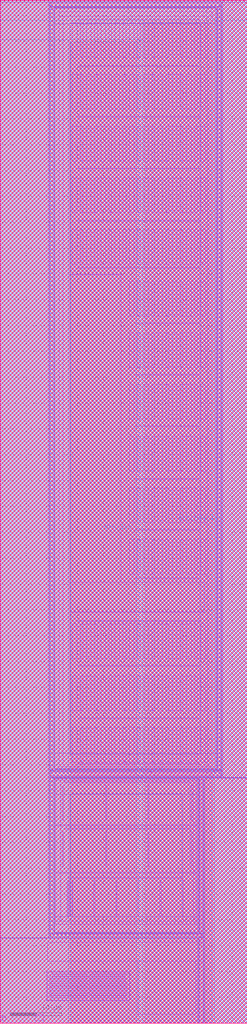
<source format=lef>
# Copyright 2020 The SkyWater PDK Authors
#
# Licensed under the Apache License, Version 2.0 (the "License");
# you may not use this file except in compliance with the License.
# You may obtain a copy of the License at
#
#     https://www.apache.org/licenses/LICENSE-2.0
#
# Unless required by applicable law or agreed to in writing, software
# distributed under the License is distributed on an "AS IS" BASIS,
# WITHOUT WARRANTIES OR CONDITIONS OF ANY KIND, either express or implied.
# See the License for the specific language governing permissions and
# limitations under the License.
#
# SPDX-License-Identifier: Apache-2.0

VERSION 5.5 ;
NAMESCASESENSITIVE ON ;
BUSBITCHARS "[]" ;
DIVIDERCHAR "/" ;

MACRO sky130_fd_io__top_lvclamp
  CLASS PAD ;
  SOURCE USER ;
  ORIGIN 0 0 ;
  SIZE 47.895 BY 198 ;
  SYMMETRY X Y R90 ;

  PIN ogc_lvc
    DIRECTION INOUT ;
    USE POWER ;
    PORT
      LAYER met1 ;
        RECT 41.84 48.76 42.865 48.83 ;
        RECT 41.91 48.83 42.865 48.9 ;
        RECT 41.98 48.9 42.865 48.97 ;
        RECT 42.05 48.97 42.865 49.04 ;
        RECT 42.115 49.04 42.865 49.105 ;
        RECT 38.54 17.295 39.385 17.365 ;
        RECT 38.61 17.365 39.385 17.435 ;
        RECT 38.635 17.435 39.385 17.46 ;
        RECT 38.635 16.575 39.385 16.64 ;
        RECT 38.57 16.64 39.385 16.705 ;
        RECT 9.69 48.76 10.475 48.83 ;
        RECT 9.69 48.83 10.405 48.9 ;
        RECT 9.69 48.9 10.335 48.97 ;
        RECT 9.69 48.97 10.28 49.025 ;
        RECT 9.69 47.435 10.28 47.505 ;
        RECT 9.69 47.505 10.35 47.575 ;
        RECT 9.69 47.575 10.42 47.645 ;
        RECT 9.69 47.645 10.49 47.7 ;
        RECT 9.69 17.295 10.345 17.355 ;
        RECT 9.69 17.355 10.285 17.415 ;
        RECT 9.69 17.415 10.28 17.42 ;
        RECT 42.115 196.58 42.865 196.65 ;
        RECT 42.045 196.65 42.865 196.72 ;
        RECT 41.975 196.72 42.865 196.79 ;
        RECT 41.905 196.79 42.865 196.82 ;
        RECT 42.115 49.105 42.865 196.58 ;
        RECT 9.69 196.65 10.28 196.72 ;
        RECT 9.69 196.72 10.35 196.79 ;
        RECT 9.69 196.79 10.42 196.82 ;
        RECT 38.635 17.46 39.385 47.53 ;
        RECT 38.635 0 39.385 16.575 ;
        RECT 38.635 47.535 39.39 47.605 ;
        RECT 38.565 47.605 39.46 47.675 ;
        RECT 38.495 47.675 39.53 47.7 ;
        RECT 38.635 47.53 39.385 47.535 ;
        RECT 9.69 196.82 42.865 197.41 ;
        RECT 9.69 17.42 10.28 47.435 ;
        RECT 9.69 49.025 10.28 196.65 ;
        RECT 9.69 16.705 39.385 17.295 ;
        RECT 9.69 47.7 42.865 48.76 ;
    END
  END ogc_lvc

  PIN src_bdy_lvc
    DIRECTION INOUT ;
    USE GROUND ;
    PORT
      LAYER met3 ;
        RECT 28.04 0 41.09 193.675 ;
    END
  END src_bdy_lvc

  PIN drn_lvc
    DIRECTION INOUT ;
    USE POWER ;
    PORT
      LAYER met3 ;
        RECT 13.62 0 26.54 189.96 ;
    END
  END drn_lvc
  OBS
    LAYER li1 ;
      RECT 9.985 8.035 16.945 8.205 ;
      RECT 17.635 7.575 24.595 7.745 ;
      RECT 9.985 7.575 16.945 7.745 ;
      RECT 17.635 9.415 24.595 9.585 ;
      RECT 9.985 9.415 16.945 9.585 ;
      RECT 17.635 8.955 24.425 9.125 ;
      RECT 9.985 8.955 16.945 9.125 ;
      RECT 13.2 28.055 35.24 28.225 ;
      RECT 15.115 58.92 38.635 59.09 ;
      RECT 15.115 50.11 38.645 50.28 ;
      RECT 15.175 50.08 38.585 50.11 ;
      RECT 12.34 46.53 36.9 46.7 ;
      RECT 12.4 46.7 36.84 46.705 ;
      RECT 12.34 37.53 36.9 37.7 ;
      RECT 15.115 69.11 38.635 69.28 ;
      RECT 26.195 95.425 38.645 95.595 ;
      RECT 26.195 86.055 38.645 86.225 ;
      RECT 15.115 77.76 38.645 77.93 ;
      RECT 26.195 125.39 38.645 125.56 ;
      RECT 26.195 115.45 38.645 115.62 ;
      RECT 26.195 105.245 38.645 105.415 ;
      RECT 26.195 135.355 38.645 135.525 ;
      RECT 15.115 155.215 38.645 155.385 ;
      RECT 15.115 146.08 38.645 146.25 ;
      RECT 15.115 194.1 38.645 194.27 ;
      RECT 15.115 185.155 38.645 185.325 ;
      RECT 15.115 175.325 38.645 175.495 ;
      RECT 15.115 165.33 38.645 165.5 ;
      RECT 26.615 146.9 27.145 153.57 ;
      RECT 26.625 153.57 27.135 153.63 ;
      RECT 26.625 146.84 27.135 146.9 ;
      RECT 33.36 146.84 34.25 153.63 ;
      RECT 30.59 146.84 31.48 153.63 ;
      RECT 33.36 156.84 34.25 163.63 ;
      RECT 30.59 156.84 31.48 163.63 ;
      RECT 33.36 166.84 34.25 173.63 ;
      RECT 30.59 166.84 31.48 173.63 ;
      RECT 32.155 156.9 32.685 163.57 ;
      RECT 32.165 163.57 32.675 163.63 ;
      RECT 32.165 156.84 32.675 156.9 ;
      RECT 32.155 166.9 32.685 173.57 ;
      RECT 32.165 173.57 32.675 173.63 ;
      RECT 32.165 166.84 32.675 166.9 ;
      RECT 32.155 146.9 32.685 153.57 ;
      RECT 32.165 153.57 32.675 153.63 ;
      RECT 32.165 146.84 32.675 146.9 ;
      RECT 36.13 146.84 37.02 153.63 ;
      RECT 36.13 156.84 37.02 163.63 ;
      RECT 36.13 166.84 37.02 173.63 ;
      RECT 37.695 146.84 38.225 153.63 ;
      RECT 37.695 156.84 38.225 163.63 ;
      RECT 37.695 166.84 38.225 173.63 ;
      RECT 34.925 146.9 35.455 153.57 ;
      RECT 34.935 153.57 35.445 153.63 ;
      RECT 34.935 146.84 35.445 146.9 ;
      RECT 34.925 156.9 35.455 163.57 ;
      RECT 34.935 163.57 35.445 163.63 ;
      RECT 34.935 156.84 35.445 156.9 ;
      RECT 34.925 166.9 35.455 173.57 ;
      RECT 34.935 173.57 35.445 173.63 ;
      RECT 34.935 166.84 35.445 166.9 ;
      RECT 38.9 146.84 39.79 153.63 ;
      RECT 38.9 156.84 39.79 163.63 ;
      RECT 38.9 166.84 39.79 173.63 ;
      RECT 16.74 186.84 17.63 193.63 ;
      RECT 13.97 186.84 14.86 193.63 ;
      RECT 16.74 176.84 17.63 183.63 ;
      RECT 13.97 176.84 14.86 183.63 ;
      RECT 15.535 176.9 16.065 183.57 ;
      RECT 15.545 183.57 16.055 183.63 ;
      RECT 15.545 176.84 16.055 176.9 ;
      RECT 15.535 186.9 16.065 193.57 ;
      RECT 15.545 193.57 16.055 193.63 ;
      RECT 15.545 186.84 16.055 186.9 ;
      RECT 19.51 186.84 20.4 193.63 ;
      RECT 19.51 176.84 20.4 183.63 ;
      RECT 18.305 176.9 18.835 183.57 ;
      RECT 18.315 183.57 18.825 183.63 ;
      RECT 18.315 176.84 18.825 176.9 ;
      RECT 21.075 176.9 21.605 183.57 ;
      RECT 21.085 183.57 21.595 183.63 ;
      RECT 21.085 176.84 21.595 176.9 ;
      RECT 21.075 186.9 21.605 193.57 ;
      RECT 21.085 193.57 21.595 193.63 ;
      RECT 21.085 186.84 21.595 186.9 ;
      RECT 18.305 186.9 18.835 193.57 ;
      RECT 18.315 193.57 18.825 193.63 ;
      RECT 18.315 186.84 18.825 186.9 ;
      RECT 25.05 186.84 25.94 193.63 ;
      RECT 22.28 186.84 23.17 193.63 ;
      RECT 25.05 176.84 25.94 183.63 ;
      RECT 22.28 176.84 23.17 183.63 ;
      RECT 23.845 186.9 24.375 193.57 ;
      RECT 23.855 193.57 24.365 193.63 ;
      RECT 23.855 186.84 24.365 186.9 ;
      RECT 23.845 176.9 24.375 183.57 ;
      RECT 23.855 183.57 24.365 183.63 ;
      RECT 23.855 176.84 24.365 176.9 ;
      RECT 27.82 186.84 28.71 193.63 ;
      RECT 27.82 176.84 28.71 183.63 ;
      RECT 29.385 186.9 29.915 193.57 ;
      RECT 29.395 193.57 29.905 193.63 ;
      RECT 29.395 186.84 29.905 186.9 ;
      RECT 26.615 186.9 27.145 193.57 ;
      RECT 26.625 193.57 27.135 193.63 ;
      RECT 26.625 186.84 27.135 186.9 ;
      RECT 26.615 176.9 27.145 183.57 ;
      RECT 26.625 183.57 27.135 183.63 ;
      RECT 26.625 176.84 27.135 176.9 ;
      RECT 29.385 176.9 29.915 183.57 ;
      RECT 29.395 183.57 29.905 183.63 ;
      RECT 29.395 176.84 29.905 176.9 ;
      RECT 30.59 186.84 31.48 193.63 ;
      RECT 33.36 176.84 34.25 183.63 ;
      RECT 30.59 176.84 31.48 183.63 ;
      RECT 33.36 186.84 34.25 193.63 ;
      RECT 32.155 186.9 32.685 193.57 ;
      RECT 32.505 193.57 32.675 193.63 ;
      RECT 32.505 186.84 32.675 186.9 ;
      RECT 32.165 193.57 32.335 193.63 ;
      RECT 32.165 186.84 32.335 186.9 ;
      RECT 32.155 176.9 32.685 183.57 ;
      RECT 32.505 183.57 32.675 183.63 ;
      RECT 32.505 176.84 32.675 176.9 ;
      RECT 32.165 183.57 32.335 183.63 ;
      RECT 32.165 176.84 32.335 176.9 ;
      RECT 36.13 176.84 37.02 183.63 ;
      RECT 36.13 186.84 37.02 193.63 ;
      RECT 37.695 176.84 38.225 183.63 ;
      RECT 37.695 186.84 38.225 193.63 ;
      RECT 34.925 176.9 35.455 183.57 ;
      RECT 34.935 183.57 35.445 183.63 ;
      RECT 34.935 176.84 35.445 176.9 ;
      RECT 34.925 186.9 35.455 193.57 ;
      RECT 34.935 193.57 35.445 193.63 ;
      RECT 34.935 186.84 35.445 186.9 ;
      RECT 38.9 176.84 39.79 183.63 ;
      RECT 38.9 186.84 39.79 193.63 ;
      RECT 26.7 1.76 37.97 11.975 ;
      RECT 9.155 11.975 39.52 15.635 ;
      RECT 17.635 5.735 24.595 5.905 ;
      RECT 9.985 5.735 16.945 5.905 ;
      RECT 17.635 5.275 24.425 5.445 ;
      RECT 9.985 5.275 16.945 5.445 ;
      RECT 17.635 4.815 24.595 4.985 ;
      RECT 9.985 4.815 16.945 4.985 ;
      RECT 17.635 7.115 24.425 7.285 ;
      RECT 9.985 7.115 16.945 7.285 ;
      RECT 17.635 6.655 24.595 6.825 ;
      RECT 9.985 6.655 16.945 6.825 ;
      RECT 17.635 6.195 24.425 6.365 ;
      RECT 9.985 6.195 16.945 6.365 ;
      RECT 17.635 8.495 24.595 8.665 ;
      RECT 9.985 8.495 16.945 8.665 ;
      RECT 17.635 8.035 24.425 8.205 ;
      RECT 32.165 103.57 32.675 103.63 ;
      RECT 32.165 96.84 32.675 96.9 ;
      RECT 36.13 116.84 37.02 123.63 ;
      RECT 36.13 106.84 37.02 113.63 ;
      RECT 36.13 96.84 37.02 103.63 ;
      RECT 34.925 96.9 35.455 103.57 ;
      RECT 34.935 103.57 35.445 103.63 ;
      RECT 34.935 96.84 35.445 96.9 ;
      RECT 34.925 106.9 35.455 113.57 ;
      RECT 34.935 113.57 35.445 113.63 ;
      RECT 34.935 106.84 35.445 106.9 ;
      RECT 34.925 116.9 35.455 123.57 ;
      RECT 34.935 123.57 35.445 123.63 ;
      RECT 34.935 116.84 35.445 116.9 ;
      RECT 37.695 96.84 38.225 103.63 ;
      RECT 37.695 106.84 38.225 113.63 ;
      RECT 37.695 116.84 38.225 123.63 ;
      RECT 38.9 116.84 39.79 123.63 ;
      RECT 38.9 106.84 39.79 113.63 ;
      RECT 38.9 96.84 39.79 103.63 ;
      RECT 25.05 126.84 25.94 133.63 ;
      RECT 25.05 136.84 25.94 143.63 ;
      RECT 27.82 126.84 28.71 133.63 ;
      RECT 27.82 136.84 28.71 143.63 ;
      RECT 26.615 126.9 27.145 133.57 ;
      RECT 26.625 133.57 27.135 133.63 ;
      RECT 26.625 126.84 27.135 126.9 ;
      RECT 29.385 126.9 29.915 133.57 ;
      RECT 29.395 133.57 29.905 133.63 ;
      RECT 29.395 126.84 29.905 126.9 ;
      RECT 26.615 136.9 27.145 143.57 ;
      RECT 26.625 143.57 27.135 143.63 ;
      RECT 26.625 136.84 27.135 136.9 ;
      RECT 29.385 136.9 29.915 143.57 ;
      RECT 29.395 143.57 29.905 143.63 ;
      RECT 29.395 136.84 29.905 136.9 ;
      RECT 33.36 126.84 34.25 133.63 ;
      RECT 30.59 126.84 31.48 133.63 ;
      RECT 33.36 136.84 34.25 143.63 ;
      RECT 30.59 136.84 31.48 143.63 ;
      RECT 32.155 126.9 32.685 133.57 ;
      RECT 32.165 133.57 32.675 133.63 ;
      RECT 32.165 126.84 32.675 126.9 ;
      RECT 32.155 136.9 32.685 143.57 ;
      RECT 32.165 143.57 32.675 143.63 ;
      RECT 32.165 136.84 32.675 136.9 ;
      RECT 36.13 126.84 37.02 133.63 ;
      RECT 36.13 136.84 37.02 143.63 ;
      RECT 37.695 126.84 38.225 133.63 ;
      RECT 37.695 136.84 38.225 143.63 ;
      RECT 34.925 126.9 35.455 133.57 ;
      RECT 34.935 133.57 35.445 133.63 ;
      RECT 34.935 126.84 35.445 126.9 ;
      RECT 34.925 136.9 35.455 143.57 ;
      RECT 34.935 143.57 35.445 143.63 ;
      RECT 34.935 136.84 35.445 136.9 ;
      RECT 38.9 126.84 39.79 133.63 ;
      RECT 38.9 136.84 39.79 143.63 ;
      RECT 16.74 146.84 17.63 153.63 ;
      RECT 13.97 146.84 14.86 153.63 ;
      RECT 16.74 156.84 17.63 163.63 ;
      RECT 13.97 156.84 14.86 163.63 ;
      RECT 16.74 166.84 17.63 173.63 ;
      RECT 13.97 166.84 14.86 173.63 ;
      RECT 15.535 156.9 16.065 163.57 ;
      RECT 15.545 163.57 16.055 163.63 ;
      RECT 15.545 156.84 16.055 156.9 ;
      RECT 15.535 166.9 16.065 173.57 ;
      RECT 15.545 173.57 16.055 173.63 ;
      RECT 15.545 166.84 16.055 166.9 ;
      RECT 15.535 146.9 16.065 153.57 ;
      RECT 15.545 153.57 16.055 153.63 ;
      RECT 15.545 146.84 16.055 146.9 ;
      RECT 19.51 146.84 20.4 153.63 ;
      RECT 19.51 156.84 20.4 163.63 ;
      RECT 19.51 166.84 20.4 173.63 ;
      RECT 18.305 156.9 18.835 163.57 ;
      RECT 18.315 163.57 18.825 163.63 ;
      RECT 18.315 156.84 18.825 156.9 ;
      RECT 18.305 166.9 18.835 173.57 ;
      RECT 18.315 173.57 18.825 173.63 ;
      RECT 18.315 166.84 18.825 166.9 ;
      RECT 21.075 166.9 21.605 173.57 ;
      RECT 21.085 173.57 21.595 173.63 ;
      RECT 21.085 166.84 21.595 166.9 ;
      RECT 21.075 156.9 21.605 163.57 ;
      RECT 21.085 163.57 21.595 163.63 ;
      RECT 21.085 156.84 21.595 156.9 ;
      RECT 21.075 146.9 21.605 153.57 ;
      RECT 21.085 153.57 21.595 153.63 ;
      RECT 21.085 146.84 21.595 146.9 ;
      RECT 18.305 146.9 18.835 153.57 ;
      RECT 18.315 153.57 18.825 153.63 ;
      RECT 18.315 146.84 18.825 146.9 ;
      RECT 25.05 146.84 25.94 153.63 ;
      RECT 22.28 146.84 23.17 153.63 ;
      RECT 25.05 156.84 25.94 163.63 ;
      RECT 22.28 156.84 23.17 163.63 ;
      RECT 25.05 166.84 25.94 173.63 ;
      RECT 22.28 166.84 23.17 173.63 ;
      RECT 23.845 166.9 24.375 173.57 ;
      RECT 23.855 173.57 24.365 173.63 ;
      RECT 23.855 166.84 24.365 166.9 ;
      RECT 23.845 156.9 24.375 163.57 ;
      RECT 23.855 163.57 24.365 163.63 ;
      RECT 23.855 156.84 24.365 156.9 ;
      RECT 23.845 146.9 24.375 153.57 ;
      RECT 23.855 153.57 24.365 153.63 ;
      RECT 23.855 146.84 24.365 146.9 ;
      RECT 27.82 146.84 28.71 153.63 ;
      RECT 27.82 156.84 28.71 163.63 ;
      RECT 27.82 166.84 28.71 173.63 ;
      RECT 26.615 156.9 27.145 163.57 ;
      RECT 26.625 163.57 27.135 163.63 ;
      RECT 26.625 156.84 27.135 156.9 ;
      RECT 26.615 166.9 27.145 173.57 ;
      RECT 26.625 173.57 27.135 173.63 ;
      RECT 26.625 166.84 27.135 166.9 ;
      RECT 29.385 156.9 29.915 163.57 ;
      RECT 29.395 163.57 29.905 163.63 ;
      RECT 29.395 156.84 29.905 156.9 ;
      RECT 29.385 166.9 29.915 173.57 ;
      RECT 29.395 173.57 29.905 173.63 ;
      RECT 29.395 166.84 29.905 166.9 ;
      RECT 29.385 146.9 29.915 153.57 ;
      RECT 29.395 153.57 29.905 153.63 ;
      RECT 29.395 146.84 29.905 146.9 ;
      RECT 27.82 60.5 28.71 67.29 ;
      RECT 27.82 50.5 28.71 57.29 ;
      RECT 29.385 50.56 29.915 57.23 ;
      RECT 29.395 57.23 29.905 57.29 ;
      RECT 29.395 50.5 29.905 50.56 ;
      RECT 26.615 60.56 27.145 67.23 ;
      RECT 26.625 67.23 27.135 67.29 ;
      RECT 26.625 60.5 27.135 60.56 ;
      RECT 26.615 50.56 27.145 57.23 ;
      RECT 26.625 57.23 27.135 57.29 ;
      RECT 26.625 50.5 27.135 50.56 ;
      RECT 29.385 60.56 29.915 67.23 ;
      RECT 29.395 67.23 29.905 67.29 ;
      RECT 29.395 60.5 29.905 60.56 ;
      RECT 33.36 60.5 34.25 67.29 ;
      RECT 30.59 60.5 31.48 67.29 ;
      RECT 33.36 50.5 34.25 57.29 ;
      RECT 30.59 50.5 31.48 57.29 ;
      RECT 32.155 60.56 32.685 67.23 ;
      RECT 32.165 67.23 32.675 67.29 ;
      RECT 32.165 60.5 32.675 60.56 ;
      RECT 32.155 50.56 32.685 57.23 ;
      RECT 32.165 57.23 32.675 57.29 ;
      RECT 32.165 50.5 32.675 50.56 ;
      RECT 36.13 60.5 37.02 67.29 ;
      RECT 36.13 50.5 37.02 57.29 ;
      RECT 34.925 50.56 35.455 57.23 ;
      RECT 34.935 57.23 35.445 57.29 ;
      RECT 34.935 50.5 35.445 50.56 ;
      RECT 34.925 60.56 35.455 67.23 ;
      RECT 34.935 67.23 35.445 67.29 ;
      RECT 34.935 60.5 35.445 60.56 ;
      RECT 37.695 50.5 38.225 57.29 ;
      RECT 37.695 60.5 38.225 67.29 ;
      RECT 38.9 60.5 39.79 67.29 ;
      RECT 38.9 50.5 39.79 57.29 ;
      RECT 16.74 70.5 17.63 77.29 ;
      RECT 13.97 70.5 14.86 77.29 ;
      RECT 15.535 70.56 16.065 77.23 ;
      RECT 15.545 77.23 16.055 77.29 ;
      RECT 15.545 70.5 16.055 70.56 ;
      RECT 19.51 70.5 20.4 77.29 ;
      RECT 21.075 70.56 21.605 77.23 ;
      RECT 21.085 77.23 21.595 77.29 ;
      RECT 21.085 70.5 21.595 70.56 ;
      RECT 18.305 70.56 18.835 77.23 ;
      RECT 18.315 77.23 18.825 77.29 ;
      RECT 18.315 70.5 18.825 70.56 ;
      RECT 25.05 70.5 25.94 77.29 ;
      RECT 22.28 70.5 23.17 77.29 ;
      RECT 25.05 86.84 25.94 93.63 ;
      RECT 23.845 70.56 24.375 77.23 ;
      RECT 23.855 77.23 24.365 77.29 ;
      RECT 23.855 70.5 24.365 70.56 ;
      RECT 27.82 70.5 28.71 77.29 ;
      RECT 27.82 86.84 28.71 93.63 ;
      RECT 26.615 70.56 27.145 77.23 ;
      RECT 26.625 77.23 27.135 77.29 ;
      RECT 26.625 70.5 27.135 70.56 ;
      RECT 26.615 86.9 27.145 93.57 ;
      RECT 26.625 93.57 27.135 93.63 ;
      RECT 26.625 86.84 27.135 86.9 ;
      RECT 29.385 86.9 29.915 93.57 ;
      RECT 29.395 93.57 29.905 93.63 ;
      RECT 29.395 86.84 29.905 86.9 ;
      RECT 29.385 70.56 29.915 77.23 ;
      RECT 29.395 77.23 29.905 77.29 ;
      RECT 29.395 70.5 29.905 70.56 ;
      RECT 33.36 70.5 34.25 77.29 ;
      RECT 30.59 70.5 31.48 77.29 ;
      RECT 33.36 86.84 34.25 93.63 ;
      RECT 30.59 86.84 31.48 93.63 ;
      RECT 32.155 86.9 32.685 93.57 ;
      RECT 32.165 93.57 32.675 93.63 ;
      RECT 32.165 86.84 32.675 86.9 ;
      RECT 32.155 70.56 32.685 77.23 ;
      RECT 32.165 77.23 32.675 77.29 ;
      RECT 32.165 70.5 32.675 70.56 ;
      RECT 36.13 70.5 37.02 77.29 ;
      RECT 36.13 86.84 37.02 93.63 ;
      RECT 34.925 70.56 35.455 77.23 ;
      RECT 34.935 77.23 35.445 77.29 ;
      RECT 34.935 70.5 35.445 70.56 ;
      RECT 34.925 86.9 35.455 93.57 ;
      RECT 34.935 93.57 35.445 93.63 ;
      RECT 34.935 86.84 35.445 86.9 ;
      RECT 37.695 70.5 38.225 77.29 ;
      RECT 37.695 86.84 38.225 93.63 ;
      RECT 38.9 70.5 39.79 77.29 ;
      RECT 38.9 86.84 39.79 93.63 ;
      RECT 25.05 116.84 25.94 123.63 ;
      RECT 25.05 106.84 25.94 113.63 ;
      RECT 25.05 96.84 25.94 103.63 ;
      RECT 27.82 116.84 28.71 123.63 ;
      RECT 27.82 106.84 28.71 113.63 ;
      RECT 27.82 96.84 28.71 103.63 ;
      RECT 26.615 116.9 27.145 123.57 ;
      RECT 26.625 123.57 27.135 123.63 ;
      RECT 26.625 116.84 27.135 116.9 ;
      RECT 26.615 106.9 27.145 113.57 ;
      RECT 26.625 113.57 27.135 113.63 ;
      RECT 26.625 106.84 27.135 106.9 ;
      RECT 26.615 96.9 27.145 103.57 ;
      RECT 26.625 103.57 27.135 103.63 ;
      RECT 26.625 96.84 27.135 96.9 ;
      RECT 29.385 116.9 29.915 123.57 ;
      RECT 29.395 123.57 29.905 123.63 ;
      RECT 29.395 116.84 29.905 116.9 ;
      RECT 29.385 106.9 29.915 113.57 ;
      RECT 29.395 113.57 29.905 113.63 ;
      RECT 29.395 106.84 29.905 106.9 ;
      RECT 29.385 96.9 29.915 103.57 ;
      RECT 29.395 103.57 29.905 103.63 ;
      RECT 29.395 96.84 29.905 96.9 ;
      RECT 33.36 116.84 34.25 123.63 ;
      RECT 30.59 116.84 31.48 123.63 ;
      RECT 33.36 106.84 34.25 113.63 ;
      RECT 30.59 106.84 31.48 113.63 ;
      RECT 33.36 96.84 34.25 103.63 ;
      RECT 30.59 96.84 31.48 103.63 ;
      RECT 32.155 116.9 32.685 123.57 ;
      RECT 32.165 123.57 32.675 123.63 ;
      RECT 32.165 116.84 32.675 116.9 ;
      RECT 32.155 106.9 32.685 113.57 ;
      RECT 32.165 113.57 32.675 113.63 ;
      RECT 32.165 106.84 32.675 106.9 ;
      RECT 32.155 96.9 32.685 103.57 ;
      RECT 13.52 144.825 23.46 144.91 ;
      RECT 13.24 85.36 23.46 144.825 ;
      RECT 13.24 79.675 39.54 85.36 ;
      RECT 13.52 79.56 39.54 79.675 ;
      RECT 11.37 49.595 12.22 194.86 ;
      RECT 11.37 49.15 41.095 49.595 ;
      RECT 11.37 194.86 41.095 195.71 ;
      RECT 40.245 49.595 41.095 194.86 ;
      RECT 9.73 16.735 39.195 17.265 ;
      RECT 42.145 48.73 42.675 196.85 ;
      RECT 38.665 17.265 39.195 47.68 ;
      RECT 9.73 17.265 10.28 17.295 ;
      RECT 38.665 48.525 42.675 48.73 ;
      RECT 38.665 47.68 42.675 47.935 ;
      RECT 9.69 17.295 10.28 47.935 ;
      RECT 9.69 196.85 42.675 197.38 ;
      RECT 9.69 48.525 10.28 196.85 ;
      RECT 9.69 47.935 42.675 48.525 ;
      RECT 0.405 1.3 1.1 1.47 ;
      RECT 0.405 1.47 1.095 1.48 ;
      RECT 0.405 0.48 1.095 1.3 ;
      RECT 6.79 0.515 8.39 1.495 ;
      RECT 6.79 1.495 8.345 1.705 ;
      RECT 9.005 4.49 9.175 9.91 ;
      RECT 9.005 4.32 25.195 4.49 ;
      RECT 9.005 9.91 25.195 10.08 ;
      RECT 25.025 4.49 25.195 9.91 ;
      RECT 9.595 5.04 9.765 9.36 ;
      RECT 17.245 5.04 17.415 9.36 ;
      RECT 13.435 20.795 13.605 27.73 ;
      RECT 12.975 20.795 13.145 27.585 ;
      RECT 12.085 30.27 12.305 37.06 ;
      RECT 12.085 39.27 12.305 46.06 ;
      RECT 10.705 19.185 38.065 19.715 ;
      RECT 10.705 38.435 11.67 46.98 ;
      RECT 37.435 29.235 38.065 38.205 ;
      RECT 10.705 19.715 11.67 29.005 ;
      RECT 37.435 38.435 38.065 46.98 ;
      RECT 10.705 29.235 11.67 38.205 ;
      RECT 37.435 19.715 38.065 29.005 ;
      RECT 10.705 46.98 38.065 47.275 ;
      RECT 10.705 29.005 38.065 29.235 ;
      RECT 10.705 38.205 38.065 38.435 ;
      RECT 13.895 20.795 14.065 27.585 ;
      RECT 18.135 20.795 18.355 26.595 ;
      RECT 18.175 26.595 18.345 27.585 ;
      RECT 20.37 30.27 20.59 37.06 ;
      RECT 20.37 39.27 20.59 46.06 ;
      RECT 22.43 20.795 22.65 26.595 ;
      RECT 22.455 26.595 22.625 27.585 ;
      RECT 26.71 20.795 26.93 26.595 ;
      RECT 26.735 26.595 26.905 27.585 ;
      RECT 28.66 30.27 28.88 37.06 ;
      RECT 28.66 39.27 28.88 46.06 ;
      RECT 31.005 20.795 31.225 26.595 ;
      RECT 31.015 26.595 31.185 27.585 ;
      RECT 35.27 20.795 35.49 26.595 ;
      RECT 35.295 26.595 35.465 27.585 ;
      RECT 36.905 30.27 37.125 37.06 ;
      RECT 36.905 39.27 37.125 46.06 ;
      RECT 16.74 60.5 17.63 67.29 ;
      RECT 13.97 60.5 14.86 67.29 ;
      RECT 16.74 50.5 17.63 57.29 ;
      RECT 13.97 50.5 14.86 57.29 ;
      RECT 15.535 60.56 16.065 67.23 ;
      RECT 15.545 67.23 16.055 67.29 ;
      RECT 15.545 60.5 16.055 60.56 ;
      RECT 15.535 50.56 16.065 57.23 ;
      RECT 15.545 57.23 16.055 57.29 ;
      RECT 15.545 50.5 16.055 50.56 ;
      RECT 19.51 60.5 20.4 67.29 ;
      RECT 19.51 50.5 20.4 57.29 ;
      RECT 21.075 60.56 21.605 67.23 ;
      RECT 21.085 67.23 21.595 67.29 ;
      RECT 21.085 60.5 21.595 60.56 ;
      RECT 21.075 50.56 21.605 57.23 ;
      RECT 21.085 57.23 21.595 57.29 ;
      RECT 21.085 50.5 21.595 50.56 ;
      RECT 18.305 60.56 18.835 67.23 ;
      RECT 18.315 67.23 18.825 67.29 ;
      RECT 18.315 60.5 18.825 60.56 ;
      RECT 18.305 50.56 18.835 57.23 ;
      RECT 18.315 57.23 18.825 57.29 ;
      RECT 18.315 50.5 18.825 50.56 ;
      RECT 25.05 60.5 25.94 67.29 ;
      RECT 22.28 60.5 23.17 67.29 ;
      RECT 25.05 50.5 25.94 57.29 ;
      RECT 22.28 50.5 23.17 57.29 ;
      RECT 23.845 60.56 24.375 67.23 ;
      RECT 23.855 67.23 24.365 67.29 ;
      RECT 23.855 60.5 24.365 60.56 ;
      RECT 23.845 50.56 24.375 57.23 ;
      RECT 23.855 57.23 24.365 57.29 ;
      RECT 23.855 50.5 24.365 50.56 ;
    LAYER met1 ;
      RECT 0 16.515 38.445 16.565 ;
      RECT 0 0 38.495 16.515 ;
      RECT 0 197.55 47.895 198 ;
      RECT 0 16.565 9.55 197.55 ;
      RECT 10.605 48.9 41.895 49.085 ;
      RECT 10.42 17.52 38.495 47.375 ;
      RECT 10.42 196.59 41.815 196.68 ;
      RECT 10.42 47.375 38.495 47.475 ;
      RECT 10.42 196.52 41.905 196.59 ;
      RECT 10.42 49.165 41.975 196.52 ;
      RECT 10.465 17.435 38.455 17.48 ;
      RECT 10.42 17.48 38.495 17.52 ;
      RECT 10.42 49.085 41.975 49.165 ;
      RECT 10.52 47.475 38.41 47.56 ;
      RECT 39.525 0 47.895 47.47 ;
      RECT 39.525 47.47 47.895 47.56 ;
      RECT 43.005 47.56 47.895 197.55 ;
      RECT 9.41 197.69 43.145 198 ;
      RECT 39.665 0 47.895 47.42 ;
      RECT 43.145 47.42 47.895 198 ;
      RECT 0 16.425 9.41 198 ;
      RECT 0 0 38.355 16.425 ;
      RECT 10.56 52.225 13.565 193.46 ;
      RECT 10.56 49.22 41.835 52.225 ;
      RECT 10.56 193.46 41.835 196.465 ;
      RECT 38.83 52.225 41.835 193.46 ;
      RECT 13.56 52.04 38.835 193.54 ;
      RECT 10.66 49.04 41.655 49.09 ;
      RECT 10.61 49.09 41.705 49.14 ;
      RECT 10.56 49.14 41.755 49.18 ;
      RECT 10.56 49.18 41.795 49.22 ;
      RECT 10.56 196.465 41.8 196.5 ;
      RECT 10.56 196.5 41.76 196.54 ;
      RECT 10.56 20.58 13.565 44.315 ;
      RECT 10.56 17.575 38.355 20.58 ;
      RECT 10.56 44.315 38.355 47.32 ;
      RECT 35.35 20.58 38.355 44.315 ;
      RECT 13.56 20.575 35.355 44.42 ;
      RECT 10.61 47.32 38.355 47.37 ;
      RECT 10.66 47.37 38.355 47.42 ;
    LAYER met5 ;
      RECT 0 0 47.895 198 ;
    LAYER met4 ;
      RECT 0 0 47.895 198 ;
    LAYER met3 ;
      RECT 26.94 0 27.64 190.36 ;
      RECT 41.49 0 47.895 194.075 ;
      RECT 0 194.075 47.895 198 ;
      RECT 0 190.36 27.64 194.075 ;
      RECT 0 0 13.22 190.36 ;
    LAYER met2 ;
      RECT 0 0 47.895 198 ;
  END
END sky130_fd_io__top_lvclamp
  
END LIBRARY

</source>
